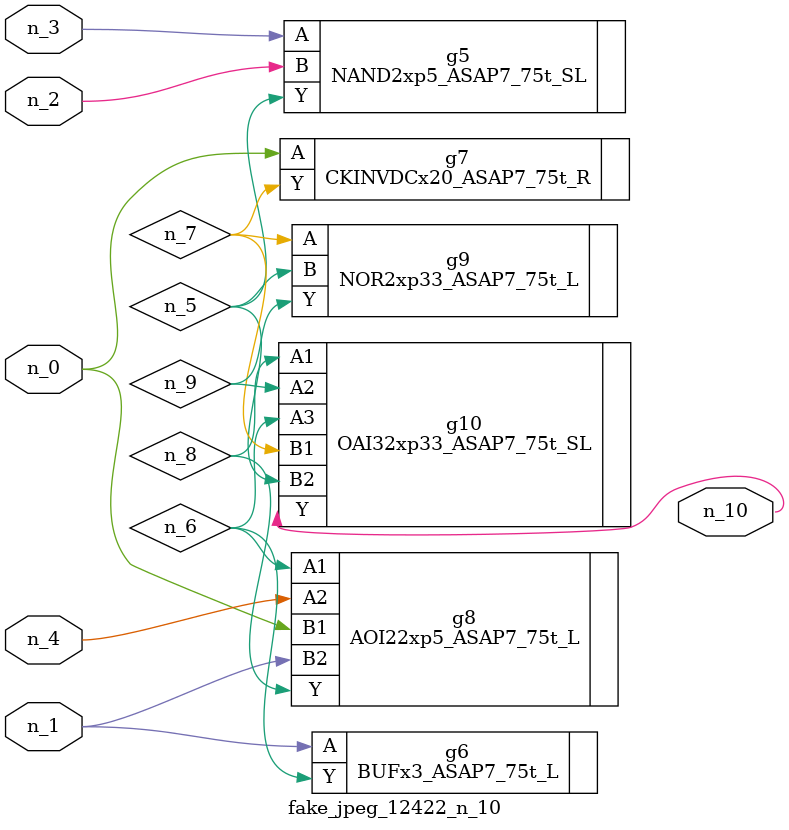
<source format=v>
module fake_jpeg_12422_n_10 (n_3, n_2, n_1, n_0, n_4, n_10);

input n_3;
input n_2;
input n_1;
input n_0;
input n_4;

output n_10;

wire n_8;
wire n_9;
wire n_6;
wire n_5;
wire n_7;

NAND2xp5_ASAP7_75t_SL g5 ( 
.A(n_3),
.B(n_2),
.Y(n_5)
);

BUFx3_ASAP7_75t_L g6 ( 
.A(n_1),
.Y(n_6)
);

CKINVDCx20_ASAP7_75t_R g7 ( 
.A(n_0),
.Y(n_7)
);

AOI22xp5_ASAP7_75t_L g8 ( 
.A1(n_6),
.A2(n_4),
.B1(n_0),
.B2(n_1),
.Y(n_8)
);

OAI32xp33_ASAP7_75t_SL g10 ( 
.A1(n_8),
.A2(n_9),
.A3(n_6),
.B1(n_7),
.B2(n_5),
.Y(n_10)
);

NOR2xp33_ASAP7_75t_L g9 ( 
.A(n_7),
.B(n_5),
.Y(n_9)
);


endmodule
</source>
